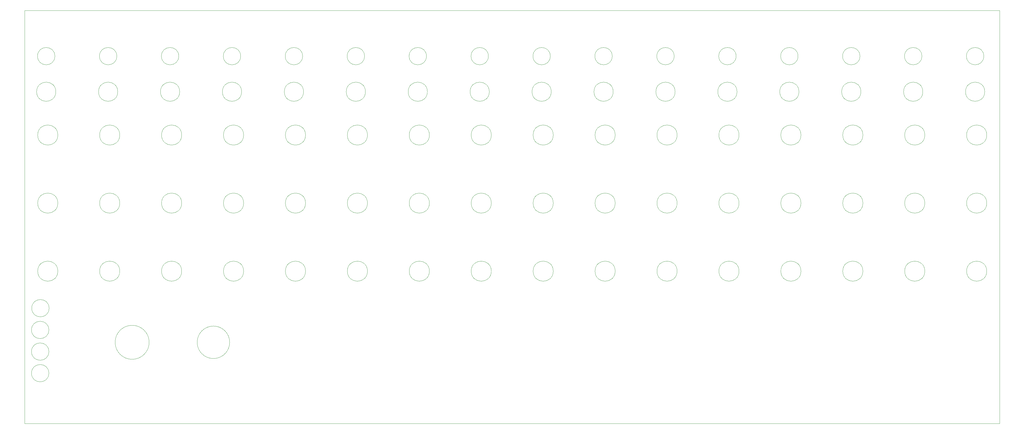
<source format=gbr>
%TF.GenerationSoftware,KiCad,Pcbnew,7.0.9*%
%TF.CreationDate,2023-12-31T17:34:02-06:00*%
%TF.ProjectId,AnalogSequencerFaceplate,416e616c-6f67-4536-9571-75656e636572,rev?*%
%TF.SameCoordinates,Original*%
%TF.FileFunction,Profile,NP*%
%FSLAX46Y46*%
G04 Gerber Fmt 4.6, Leading zero omitted, Abs format (unit mm)*
G04 Created by KiCad (PCBNEW 7.0.9) date 2023-12-31 17:34:02*
%MOMM*%
%LPD*%
G01*
G04 APERTURE LIST*
%TA.AperFunction,Profile*%
%ADD10C,0.100000*%
%TD*%
G04 APERTURE END LIST*
D10*
X136250000Y-185500000D02*
G75*
G03*
X136250000Y-185500000I-5250000J0D01*
G01*
X110250000Y-185500000D02*
G75*
G03*
X110250000Y-185500000I-5500000J0D01*
G01*
X380100000Y-104500000D02*
G75*
G03*
X380100000Y-104500000I-3100000J0D01*
G01*
X380750000Y-140500000D02*
G75*
G03*
X380750000Y-140500000I-3250000J0D01*
G01*
X379800000Y-93000000D02*
G75*
G03*
X379800000Y-93000000I-2800000J0D01*
G01*
X380750000Y-118500000D02*
G75*
G03*
X380750000Y-118500000I-3250000J0D01*
G01*
X380750000Y-162500000D02*
G75*
G03*
X380750000Y-162500000I-3250000J0D01*
G01*
X360100000Y-104500000D02*
G75*
G03*
X360100000Y-104500000I-3100000J0D01*
G01*
X360750000Y-140500000D02*
G75*
G03*
X360750000Y-140500000I-3250000J0D01*
G01*
X359800000Y-93000000D02*
G75*
G03*
X359800000Y-93000000I-2800000J0D01*
G01*
X360750000Y-118500000D02*
G75*
G03*
X360750000Y-118500000I-3250000J0D01*
G01*
X360750000Y-162500000D02*
G75*
G03*
X360750000Y-162500000I-3250000J0D01*
G01*
X340100000Y-104500000D02*
G75*
G03*
X340100000Y-104500000I-3100000J0D01*
G01*
X340750000Y-140500000D02*
G75*
G03*
X340750000Y-140500000I-3250000J0D01*
G01*
X339800000Y-93000000D02*
G75*
G03*
X339800000Y-93000000I-2800000J0D01*
G01*
X340750000Y-118500000D02*
G75*
G03*
X340750000Y-118500000I-3250000J0D01*
G01*
X340750000Y-162500000D02*
G75*
G03*
X340750000Y-162500000I-3250000J0D01*
G01*
X320100000Y-104500000D02*
G75*
G03*
X320100000Y-104500000I-3100000J0D01*
G01*
X320750000Y-140500000D02*
G75*
G03*
X320750000Y-140500000I-3250000J0D01*
G01*
X319800000Y-93000000D02*
G75*
G03*
X319800000Y-93000000I-2800000J0D01*
G01*
X320750000Y-118500000D02*
G75*
G03*
X320750000Y-118500000I-3250000J0D01*
G01*
X320750000Y-162500000D02*
G75*
G03*
X320750000Y-162500000I-3250000J0D01*
G01*
X300100000Y-104500000D02*
G75*
G03*
X300100000Y-104500000I-3100000J0D01*
G01*
X300750000Y-140500000D02*
G75*
G03*
X300750000Y-140500000I-3250000J0D01*
G01*
X299800000Y-93000000D02*
G75*
G03*
X299800000Y-93000000I-2800000J0D01*
G01*
X300750000Y-118500000D02*
G75*
G03*
X300750000Y-118500000I-3250000J0D01*
G01*
X300750000Y-162500000D02*
G75*
G03*
X300750000Y-162500000I-3250000J0D01*
G01*
X280100000Y-104500000D02*
G75*
G03*
X280100000Y-104500000I-3100000J0D01*
G01*
X280750000Y-140500000D02*
G75*
G03*
X280750000Y-140500000I-3250000J0D01*
G01*
X279800000Y-93000000D02*
G75*
G03*
X279800000Y-93000000I-2800000J0D01*
G01*
X280750000Y-118500000D02*
G75*
G03*
X280750000Y-118500000I-3250000J0D01*
G01*
X280750000Y-162500000D02*
G75*
G03*
X280750000Y-162500000I-3250000J0D01*
G01*
X260100000Y-104500000D02*
G75*
G03*
X260100000Y-104500000I-3100000J0D01*
G01*
X260750000Y-140500000D02*
G75*
G03*
X260750000Y-140500000I-3250000J0D01*
G01*
X259800000Y-93000000D02*
G75*
G03*
X259800000Y-93000000I-2800000J0D01*
G01*
X260750000Y-118500000D02*
G75*
G03*
X260750000Y-118500000I-3250000J0D01*
G01*
X260750000Y-162500000D02*
G75*
G03*
X260750000Y-162500000I-3250000J0D01*
G01*
X240100000Y-104500000D02*
G75*
G03*
X240100000Y-104500000I-3100000J0D01*
G01*
X240750000Y-140500000D02*
G75*
G03*
X240750000Y-140500000I-3250000J0D01*
G01*
X239800000Y-93000000D02*
G75*
G03*
X239800000Y-93000000I-2800000J0D01*
G01*
X240750000Y-118500000D02*
G75*
G03*
X240750000Y-118500000I-3250000J0D01*
G01*
X240750000Y-162500000D02*
G75*
G03*
X240750000Y-162500000I-3250000J0D01*
G01*
X220100000Y-104500000D02*
G75*
G03*
X220100000Y-104500000I-3100000J0D01*
G01*
X220750000Y-140500000D02*
G75*
G03*
X220750000Y-140500000I-3250000J0D01*
G01*
X219800000Y-93000000D02*
G75*
G03*
X219800000Y-93000000I-2800000J0D01*
G01*
X220750000Y-118500000D02*
G75*
G03*
X220750000Y-118500000I-3250000J0D01*
G01*
X220750000Y-162500000D02*
G75*
G03*
X220750000Y-162500000I-3250000J0D01*
G01*
X200100000Y-104500000D02*
G75*
G03*
X200100000Y-104500000I-3100000J0D01*
G01*
X200750000Y-140500000D02*
G75*
G03*
X200750000Y-140500000I-3250000J0D01*
G01*
X199800000Y-93000000D02*
G75*
G03*
X199800000Y-93000000I-2800000J0D01*
G01*
X200750000Y-118500000D02*
G75*
G03*
X200750000Y-118500000I-3250000J0D01*
G01*
X200750000Y-162500000D02*
G75*
G03*
X200750000Y-162500000I-3250000J0D01*
G01*
X180100000Y-104500000D02*
G75*
G03*
X180100000Y-104500000I-3100000J0D01*
G01*
X180750000Y-140500000D02*
G75*
G03*
X180750000Y-140500000I-3250000J0D01*
G01*
X179800000Y-93000000D02*
G75*
G03*
X179800000Y-93000000I-2800000J0D01*
G01*
X180750000Y-118500000D02*
G75*
G03*
X180750000Y-118500000I-3250000J0D01*
G01*
X180750000Y-162500000D02*
G75*
G03*
X180750000Y-162500000I-3250000J0D01*
G01*
X160100000Y-104500000D02*
G75*
G03*
X160100000Y-104500000I-3100000J0D01*
G01*
X160750000Y-140500000D02*
G75*
G03*
X160750000Y-140500000I-3250000J0D01*
G01*
X159800000Y-93000000D02*
G75*
G03*
X159800000Y-93000000I-2800000J0D01*
G01*
X160750000Y-118500000D02*
G75*
G03*
X160750000Y-118500000I-3250000J0D01*
G01*
X160750000Y-162500000D02*
G75*
G03*
X160750000Y-162500000I-3250000J0D01*
G01*
X140100000Y-104500000D02*
G75*
G03*
X140100000Y-104500000I-3100000J0D01*
G01*
X140750000Y-140500000D02*
G75*
G03*
X140750000Y-140500000I-3250000J0D01*
G01*
X139800000Y-93000000D02*
G75*
G03*
X139800000Y-93000000I-2800000J0D01*
G01*
X140750000Y-118500000D02*
G75*
G03*
X140750000Y-118500000I-3250000J0D01*
G01*
X140750000Y-162500000D02*
G75*
G03*
X140750000Y-162500000I-3250000J0D01*
G01*
X120100000Y-104500000D02*
G75*
G03*
X120100000Y-104500000I-3100000J0D01*
G01*
X119800000Y-93000000D02*
G75*
G03*
X119800000Y-93000000I-2800000J0D01*
G01*
X120750000Y-140500000D02*
G75*
G03*
X120750000Y-140500000I-3250000J0D01*
G01*
X120750000Y-118500000D02*
G75*
G03*
X120750000Y-118500000I-3250000J0D01*
G01*
X120750000Y-162500000D02*
G75*
G03*
X120750000Y-162500000I-3250000J0D01*
G01*
X100100000Y-104500000D02*
G75*
G03*
X100100000Y-104500000I-3100000J0D01*
G01*
X100750000Y-140500000D02*
G75*
G03*
X100750000Y-140500000I-3250000J0D01*
G01*
X99800000Y-93000000D02*
G75*
G03*
X99800000Y-93000000I-2800000J0D01*
G01*
X100750000Y-118500000D02*
G75*
G03*
X100750000Y-118500000I-3250000J0D01*
G01*
X100750000Y-162500000D02*
G75*
G03*
X100750000Y-162500000I-3250000J0D01*
G01*
X77850000Y-195483689D02*
G75*
G03*
X77850000Y-195483689I-2800000J0D01*
G01*
X77850000Y-188500000D02*
G75*
G03*
X77850000Y-188500000I-2800000J0D01*
G01*
X77850000Y-181500000D02*
G75*
G03*
X77850000Y-181500000I-2800000J0D01*
G01*
X77926777Y-174473223D02*
G75*
G03*
X77926777Y-174473223I-2800000J0D01*
G01*
X80750000Y-162500000D02*
G75*
G03*
X80750000Y-162500000I-3250000J0D01*
G01*
X80750000Y-140500000D02*
G75*
G03*
X80750000Y-140500000I-3250000J0D01*
G01*
X80750000Y-118500000D02*
G75*
G03*
X80750000Y-118500000I-3250000J0D01*
G01*
X80100000Y-104500000D02*
G75*
G03*
X80100000Y-104500000I-3100000J0D01*
G01*
X79800000Y-93000000D02*
G75*
G03*
X79800000Y-93000000I-2800000J0D01*
G01*
X70000000Y-78250000D02*
X384900000Y-78250000D01*
X384900000Y-211750000D01*
X70000000Y-211750000D01*
X70000000Y-78250000D01*
M02*

</source>
